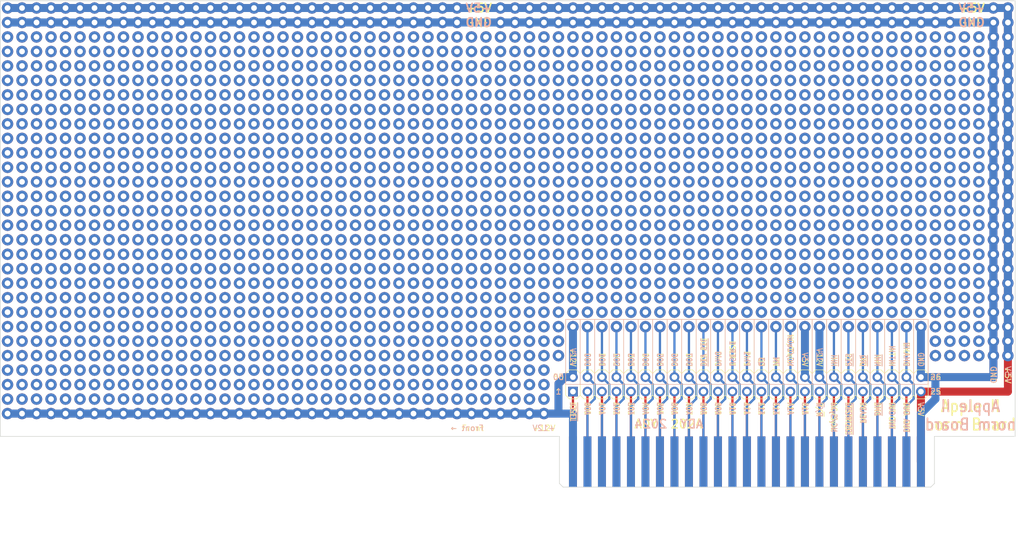
<source format=kicad_pcb>
(kicad_pcb (version 20211014) (generator pcbnew)
  (layers (0 "F.Cu" signal) (31 "B.Cu" signal) (34 "B.Paste" user) (35 "F.Paste" user) (36 "B.SilkS" user "B.Silkscreen") (37 "F.SilkS" user "F.Silkscreen") (38 "B.Mask" user) (39 "F.Mask" user) (44 "Edge.Cuts" user))
  (net 0 "")
  (net 1 "/~{IO_SELECT}")
  (net 2 "/A00")
  (net 3 "/A01")
  (net 4 "/A02")
  (net 5 "/A03")
  (net 6 "/A04")
  (net 7 "/A05")
  (net 8 "/A06")
  (net 9 "/A07")
  (net 10 "/A08")
  (net 11 "/A09")
  (net 12 "/A10")
  (net 13 "/A11")
  (net 14 "/A12")
  (net 15 "/A13")
  (net 16 "/A14")
  (net 17 "/A15")
  (net 18 "/R{slash}~{W}")
  (net 19 "/NC{slash}Sync")
  (net 20 "/~{IO_STROBE}")
  (net 21 "/RDY")
  (net 22 "/~{DMA}")
  (net 23 "/INT_OUT")
  (net 24 "/DMA_OUT")
  (net 25 "+5V")
  (net 26 "GND")
  (net 27 "/DMA_IN")
  (net 28 "/INT_IN")
  (net 29 "/~{NMI}")
  (net 30 "/~{IRQ}")
  (net 31 "/~{RES}")
  (net 32 "/~{INH}")
  (net 33 "-12V")
  (net 34 "-5V")
  (net 35 "/NC{slash}Color")
  (net 36 "/7M")
  (net 37 "/Q3")
  (net 38 "/Phi0")
  (net 39 "/USER_1")
  (net 40 "/Phi1")
  (net 41 "/~{DEVICE_SELECT}")
  (net 42 "/D07")
  (net 43 "/D06")
  (net 44 "/D05")
  (net 45 "/D04")
  (net 46 "/D03")
  (net 47 "/D02")
  (net 48 "/D01")
  (net 49 "/D00")
  (net 50 "+12V")
  (footprint "Apple2:PinHeader_2x25_P2.54mm_Vertical" (layer "F.Cu") (at 196.53 124.36 90)
    (fp_text reference "J2" hide)
    (fp_text value "Apple II Bus Card Pin Header" hide)
  )
  (footprint "Apple2:Protoboard 50x39" (layer "F.Cu") (at 176.21 128.215)
    (fp_text reference "REF**" hide)
    (fp_text value "Protoboard 29x39" hide)
  )
  (footprint "Apple2:Bus_Apple_II_Card" (layer "F.Cu") (at 196.53 136.66)
    (fp_text reference "J1" hide)
    (fp_text value "Apple II Bus Card Edge")
    (fp_line (start 63.33 -4.445) (end 66.04 -4.445) (layer "Edge.Cuts") (width 0.1))
    (fp_line (start -1.735 4.445) (end 62.695 4.445) (layer "Edge.Cuts") (width 0.1))
    (fp_line (start 62.695 4.445) (end 63.33 3.81) (layer "Edge.Cuts") (width 0.1))
    (fp_line (start -2.37 -4.445) (end -2.37 3.81) (layer "Edge.Cuts") (width 0.1))
    (fp_line (start -2.37 3.81) (end -1.735 4.445) (layer "Edge.Cuts") (width 0.1))
    (fp_line (start -5.08 -4.445) (end -2.37 -4.445) (layer "Edge.Cuts") (width 0.1))
    (fp_line (start 63.33 3.81) (end 63.33 -4.445) (layer "Edge.Cuts") (width 0.1))
  )
  (gr_line (start 210.5 123.09) (end 210.5 111.705) (layer "B.SilkS") (width 0.1))
  (gr_line (start 205.42 123.09) (end 205.42 111.705) (layer "B.SilkS") (width 0.1))
  (gr_line (start 223.2 123.09) (end 223.2 111.705) (layer "B.SilkS") (width 0.1))
  (gr_line (start 220.66 123.09) (end 220.66 111.705) (layer "B.SilkS") (width 0.1))
  (gr_line (start 197.8 123.09) (end 197.8 111.705) (layer "B.SilkS") (width 0.1))
  (gr_line (start 218.12 123.09) (end 218.12 111.705) (layer "B.SilkS") (width 0.1))
  (gr_line (start 195.26 111.705) (end 258.76 111.705) (layer "B.SilkS") (width 0.1))
  (gr_line (start 233.36 123.09) (end 233.36 111.705) (layer "B.SilkS") (width 0.1))
  (gr_line (start 200.34 123.09) (end 200.34 111.705) (layer "B.SilkS") (width 0.1))
  (gr_line (start 248.6 123.09) (end 248.6 111.705) (layer "B.SilkS") (width 0.1))
  (gr_line (start 246.06 123.09) (end 246.06 111.705) (layer "B.SilkS") (width 0.1))
  (gr_line (start 235.9 123.09) (end 235.9 111.705) (layer "B.SilkS") (width 0.1))
  (gr_line (start 202.88 123.09) (end 202.88 111.705) (layer "B.SilkS") (width 0.1))
  (gr_line (start 251.14 123.09) (end 251.14 111.705) (layer "B.SilkS") (width 0.1))
  (gr_line (start 253.68 123.09) (end 253.68 111.705) (layer "B.SilkS") (width 0.1))
  (gr_line (start 215.58 123.09) (end 215.58 111.705) (layer "B.SilkS") (width 0.1))
  (gr_line (start 213.04 123.09) (end 213.04 111.705) (layer "B.SilkS") (width 0.1))
  (gr_line (start 238.44 123.09) (end 238.44 111.705) (layer "B.SilkS") (width 0.1))
  (gr_line (start 195.26 123.09) (end 258.76 123.09) (layer "B.SilkS") (width 0.1))
  (gr_line (start 256.22 123.09) (end 256.22 111.705) (layer "B.SilkS") (width 0.1))
  (gr_line (start 195.26 123.09) (end 195.26 111.705) (layer "B.SilkS") (width 0.1))
  (gr_line (start 230.82 123.09) (end 230.82 111.705) (layer "B.SilkS") (width 0.1))
  (gr_line (start 240.98 123.09) (end 240.98 111.705) (layer "B.SilkS") (width 0.1))
  (gr_line (start 225.74 123.09) (end 225.74 111.705) (layer "B.SilkS") (width 0.1))
  (gr_line (start 228.28 123.09) (end 228.28 111.705) (layer "B.SilkS") (width 0.1))
  (gr_line (start 258.76 123.09) (end 258.76 111.705) (layer "B.SilkS") (width 0.1))
  (gr_line (start 243.52 123.09) (end 243.52 111.705) (layer "B.SilkS") (width 0.1))
  (gr_line (start 207.96 123.09) (end 207.96 111.705) (layer "B.SilkS") (width 0.1))
  (gr_line (start 240.98 121.185) (end 240.98 111.705) (layer "F.SilkS") (width 0.1))
  (gr_line (start 230.82 121.185) (end 230.82 111.705) (layer "F.SilkS") (width 0.1))
  (gr_line (start 243.52 121.185) (end 243.52 111.705) (layer "F.SilkS") (width 0.1))
  (gr_line (start 195.26 121.185) (end 195.26 111.705) (layer "F.SilkS") (width 0.1))
  (gr_line (start 258.76 121.185) (end 258.76 111.705) (layer "F.SilkS") (width 0.1))
  (gr_line (start 238.44 121.185) (end 238.44 111.705) (layer "F.SilkS") (width 0.1))
  (gr_line (start 197.8 121.185) (end 197.8 111.705) (layer "F.SilkS") (width 0.1))
  (gr_line (start 213.04 121.185) (end 213.04 111.705) (layer "F.SilkS") (width 0.1))
  (gr_line (start 220.66 121.185) (end 220.66 111.705) (layer "F.SilkS") (width 0.1))
  (gr_line (start 235.9 121.185) (end 235.9 111.705) (layer "F.SilkS") (width 0.1))
  (gr_line (start 228.28 121.185) (end 228.28 111.705) (layer "F.SilkS") (width 0.1))
  (gr_line (start 210.5 121.185) (end 210.5 111.705) (layer "F.SilkS") (width 0.1))
  (gr_line (start 223.2 121.185) (end 223.2 111.705) (layer "F.SilkS") (width 0.1))
  (gr_line (start 205.42 121.185) (end 205.42 111.705) (layer "F.SilkS") (width 0.1))
  (gr_line (start 218.12 121.185) (end 218.12 111.705) (layer "F.SilkS") (width 0.1))
  (gr_line (start 253.68 121.185) (end 253.68 111.705) (layer "F.SilkS") (width 0.1))
  (gr_line (start 195.26 111.705) (end 258.76 111.705) (layer "F.SilkS") (width 0.1))
  (gr_line (start 225.74 121.185) (end 225.74 111.705) (layer "F.SilkS") (width 0.1))
  (gr_line (start 248.6 121.185) (end 248.6 111.705) (layer "F.SilkS") (width 0.1))
  (gr_line (start 246.06 121.185) (end 246.06 111.705) (layer "F.SilkS") (width 0.1))
  (gr_line (start 200.34 121.185) (end 200.34 111.705) (layer "F.SilkS") (width 0.1))
  (gr_line (start 256.22 121.185) (end 256.22 111.705) (layer "F.SilkS") (width 0.1))
  (gr_line (start 233.36 121.185) (end 233.36 111.705) (layer "F.SilkS") (width 0.1))
  (gr_line (start 207.96 121.185) (end 207.96 111.705) (layer "F.SilkS") (width 0.1))
  (gr_line (start 215.58 121.185) (end 215.58 111.705) (layer "F.SilkS") (width 0.1))
  (gr_line (start 251.14 121.185) (end 251.14 111.705) (layer "F.SilkS") (width 0.1))
  (gr_line (start 202.88 121.185) (end 202.88 111.705) (layer "F.SilkS") (width 0.1))
  (gr_line (start 262.57 132.215) (end 274 132.215) (layer "Edge.Cuts") (width 0.1))
  (gr_line (start 191.45 132.215) (end 96.2 132.215) (layer "Edge.Cuts") (width 0.1))
  (gr_line (start 96.2 132.215) (end 96.2 55.825) (layer "Edge.Cuts") (width 0.1))
  (gr_line (start 274 55.825) (end 96.2 55.825) (layer "Edge.Cuts") (width 0.1))
  (gr_line (start 274 132.215) (end 274 55.825) (layer "Edge.Cuts") (width 0.1))
  (gr_text "A00" (at 199.07 126.13 -90) (layer "B.SilkS") (effects (font (size 1 0.8)) (justify right mirror)))
  (gr_text "A07" (at 216.85 126.13 -90) (layer "B.SilkS") (effects (font (size 1 0.8)) (justify right mirror)))
  (gr_text "+5V" (at 266.38 57.095) (layer "B.SilkS") (effects (font (size 1.5 1.5) (thickness 0.3)) (justify mirror)))
  (gr_text "Apple II\nnorm Board" (at 266.176 128.524) (layer "B.SilkS") (effects (font (size 2 1.8) (thickness 0.3)) (justify mirror)))
  (gr_text "+5V" (at 272.73 121.412 -90) (layer "B.SilkS") (effects (font (size 1 1)) (justify mirror)))
  (gr_text "A12" (at 229.55 126.13 -90) (layer "B.SilkS") (effects (font (size 1 0.8)) (justify right mirror)))
  (gr_text "R/~{W}" (at 239.71 126.13 -90) (layer "B.SilkS") (effects (font (size 1 0.8)) (justify right mirror)))
  (gr_text "D04" (at 209.23 120.05 -90) (layer "B.SilkS") (effects (font (size 1 0.8)) (justify left mirror)))
  (gr_text "GND" (at 257.49 120.05 -90) (layer "B.SilkS") (effects (font (size 1 0.8)) (justify left mirror)))
  (gr_text "~{IOSEL}" (at 196.53 126.13 -90) (layer "B.SilkS") (effects (font (size 1 0.8)) (justify right mirror)))
  (gr_text "7M" (at 232.09 120.05 -90) (layer "B.SilkS") (effects (font (size 1 0.8)) (justify left mirror)))
  (gr_text "DMA IN" (at 254.95 120.05 -90) (layer "B.SilkS") (effects (font (size 1 0.8)) (justify left mirror)))
  (gr_text "A15" (at 237.17 126.13 -90) (layer "B.SilkS") (effects (font (size 1 0.8)) (justify right mirror)))
  (gr_text "~{RES}" (at 244.79 120.05 -90) (layer "B.SilkS") (effects (font (size 1 0.8)) (justify left mirror)))
  (gr_text "1" (at 193.99 124.36) (layer "B.SilkS") (effects (font (size 1 1)) (justify mirror)))
  (gr_text "A11" (at 227.01 126.13 -90) (layer "B.SilkS") (effects (font (size 1 0.8)) (justify right mirror)))
  (gr_text "INT IN" (at 252.41 120.05 -90) (layer "B.SilkS") (effects (font (size 1 0.8)) (justify left mirror)))
  (gr_text "Front →" (at 174.94 130.755) (layer "B.SilkS") (effects (font (size 1 1)) (justify right mirror)))
  (gr_text "D00" (at 199.07 120.05 -90) (layer "B.SilkS") (effects (font (size 1 0.8)) (justify left mirror)))
  (gr_text "25" (at 260.08 124.36) (layer "B.SilkS") (effects (font (size 1 1)) (justify mirror)))
  (gr_text "READY" (at 247.33 126.13 -90) (layer "B.SilkS") (effects (font (size 1 0.8)) (justify right mirror)))
  (gr_text "GND" (at 266.38 59.635) (layer "B.SilkS") (effects (font (size 1.5 1.5) (thickness 0.3)) (justify mirror)))
  (gr_text "Phi1" (at 227.01 120.05 -90) (layer "B.SilkS") (effects (font (size 1 0.8)) (justify left mirror)))
  (gr_text "~{NMI}" (at 249.87 120.05 -90) (layer "B.SilkS") (effects (font (size 1 0.8)) (justify left mirror)))
  (gr_text "ADY  2024" (at 213.344 130.048) (layer "B.SilkS") (effects (font (size 1.5 1.5) (thickness 0.25)) (justify mirror)))
  (gr_text "D03" (at 206.69 120.05 -90) (layer "B.SilkS") (effects (font (size 1 0.8)) (justify left mirror)))
  (gr_text "+5V" (at 180.02 57.095) (layer "B.SilkS") (effects (font (size 1.5 1.5) (thickness 0.3)) (justify mirror)))
  (gr_text "USER 1" (at 224.47 120.05 -90) (layer "B.SilkS") (effects (font (size 1 0.8)) (justify left mirror)))
  (gr_text "~{DEV SEL}" (at 219.39 120.05 -90) (layer "B.SilkS") (effects (font (size 1 0.8)) (justify left mirror)))
  (gr_text "NC/Sync" (at 242.25 126.13 -90) (layer "B.SilkS") (effects (font (size 1 0.8)) (justify right mirror)))
  (gr_text "DMA OUT" (at 254.95 126.13 -90) (layer "B.SilkS") (effects (font (size 1 0.8)) (justify right mirror)))
  (gr_text "~{DMA}" (at 249.87 126.13 -90) (layer "B.SilkS") (effects (font (size 1 0.8)) (justify right mirror)))
  (gr_text "A02" (at 204.15 126.13 -90) (layer "B.SilkS") (effects (font (size 1 0.8)) (justify right mirror)))
  (gr_text "A09" (at 221.93 126.13 -90) (layer "B.SilkS") (effects (font (size 1 0.8)) (justify right mirror)))
  (gr_text "+12V" (at 196.53 120.05 -90) (layer "B.SilkS") (effects (font (size 1 0.8)) (justify left mirror)))
  (gr_text "A13" (at 232.09 126.13 -90) (layer "B.SilkS") (effects (font (size 1 0.8)) (justify right mirror)))
  (gr_text "A14" (at 234.63 126.13 -90) (layer "B.SilkS") (effects (font (size 1 0.8)) (justify right mirror)))
  (gr_text "D02" (at 204.15 120.05 -90) (layer "B.SilkS") (effects (font (size 1 0.8)) (justify left mirror)))
  (gr_text "Q3" (at 229.55 120.05 -90) (layer "B.SilkS") (effects (font (size 1 0.8)) (justify left mirror)))
  (gr_text "D07" (at 216.85 120.05 -90) (layer "B.SilkS") (effects (font (size 1 0.8)) (justify left mirror)))
  (gr_text "NC/Color" (at 234.63 120.05 -90) (layer "B.SilkS") (effects (font (size 1 0.8)) (justify left mirror)))
  (gr_text "Phi0" (at 221.93 120.05 -90) (layer "B.SilkS") (effects (font (size 1 0.8)) (justify left mirror)))
  (gr_text "GND" (at 180.02 59.635) (layer "B.SilkS") (effects (font (size 1.5 1.5) (thickness 0.3)) (justify mirror)))
  (gr_text "D05" (at 211.77 120.05 -90) (layer "B.SilkS") (effects (font (size 1 0.8)) (justify left mirror)))
  (gr_text "-5V" (at 237.17 120.05 -90) (layer "B.SilkS") (effects (font (size 1 0.8)) (justify left mirror)))
  (gr_text "A04" (at 209.23 126.13 -90) (layer "B.SilkS") (effects (font (size 1 0.8)) (justify right mirror)))
  (gr_text "D01" (at 201.61 120.05 -90) (layer "B.SilkS") (effects (font (size 1 0.8)) (justify left mirror)))
  (gr_text "A10" (at 224.47 126.13 -90) (layer "B.SilkS") (effects (font (size 1 0.8)) (justify right mirror)))
  (gr_text "A01" (at 201.61 126.13 -90) (layer "B.SilkS") (effects (font (size 1 0.8)) (justify right mirror)))
  (gr_text "~{IOSTROBE}" (at 244.79 126.13 -90) (layer "B.SilkS") (effects (font (size 1 0.8)) (justify right mirror)))
  (gr_text "+12V" (at 191.45 130.755) (layer "B.SilkS") (effects (font (size 1 1)) (justify mirror)))
  (gr_text "+5V" (at 257.49 126.13 -90) (layer "B.SilkS") (effects (font (size 1 0.8)) (justify right mirror)))
  (gr_text "A08" (at 219.39 126.13 -90) (layer "B.SilkS") (effects (font (size 1 0.8)) (justify right mirror)))
  (gr_text "~{INH}" (at 242.25 120.05 -90) (layer "B.SilkS") (effects (font (size 1 0.8)) (justify left mirror)))
  (gr_text "~{IRQ}" (at 247.33 120.05 -90) (layer "B.SilkS") (effects (font (size 1 0.8)) (justify left mirror)))
  (gr_text "50" (at 193.99 121.82) (layer "B.SilkS") (effects (font (size 1 1)) (justify mirror)))
  (gr_text "-12V" (at 239.71 120.05 -90) (layer "B.SilkS") (effects (font (size 1 0.8)) (justify left mirror)))
  (gr_text "D06" (at 214.31 120.05 -90) (layer "B.SilkS") (effects (font (size 1 0.8)) (justify left mirror)))
  (gr_text "26" (at 260.08 121.82) (layer "B.SilkS") (effects (font (size 1 1)) (justify mirror)))
  (gr_text "A06" (at 214.31 126.13 -90) (layer "B.SilkS") (effects (font (size 1 0.8)) (justify right mirror)))
  (gr_text "INT OUT" (at 252.41 126.13 -90) (layer "B.SilkS") (effects (font (size 1 0.8)) (justify right mirror)))
  (gr_text "A03" (at 206.69 126.13 -90) (layer "B.SilkS") (effects (font (size 1 0.8)) (justify right mirror)))
  (gr_text "GND" (at 270.19 121.412 -90) (layer "B.SilkS") (effects (font (size 1 1)) (justify mirror)))
  (gr_text "A05" (at 211.77 126.13 -90) (layer "B.SilkS") (effects (font (size 1 0.8)) (justify right mirror)))
  (gr_text "INT OUT" (at 252.41 126.13 -90) (layer "F.SilkS") (effects (font (size 1 0.8)) (justify left)))
  (gr_text "A10" (at 224.47 126.13 -90) (layer "F.SilkS") (effects (font (size 1 0.8)) (justify left)))
  (gr_text "USER 1" (at 224.47 120.05 -90) (layer "F.SilkS") (effects (font (size 1 0.8)) (justify right)))
  (gr_text "25" (at 260.08 124.36) (layer "F.SilkS") (effects (font (size 1 1))))
  (gr_text "-5V" (at 237.17 120.05 -90) (layer "F.SilkS") (effects (font (size 1 0.8)) (justify right)))
  (gr_text "NC/Color" (at 234.63 120.05 -90) (layer "F.SilkS") (effects (font (size 1 0.8)) (justify right)))
  (gr_text "A15" (at 237.17 126.13 -90) (layer "F.SilkS") (effects (font (size 1 0.8)) (justify left)))
  (gr_text "D07" (at 216.85 120.05 -90) (layer "F.SilkS") (effects (font (size 1 0.8)) (justify right)))
  (gr_text "-12V" (at 239.71 120.05 -90) (layer "F.SilkS") (effects (font (size 1 0.8)) (justify right)))
  (gr_text "A13" (at 232.09 126.13 -90) (layer "F.SilkS") (effects (font (size 1 0.8)) (justify left)))
  (gr_text "50" (at 193.99 121.82) (layer "F.SilkS") (effects (font (size 1 1))))
  (gr_text "+12V" (at 196.53 120.05 -90) (layer "F.SilkS") (effects (font (size 1 0.8)) (justify right)))
  (gr_text "Phi1" (at 227.01 120.05 -90) (layer "F.SilkS") (effects (font (size 1 0.8)) (justify right)))
  (gr_text "A01" (at 201.61 126.13 -90) (layer "F.SilkS") (effects (font (size 1 0.8)) (justify left)))
  (gr_text "GND" (at 270.19 121.412 -90) (layer "F.SilkS") (effects (font (size 1 1))))
  (gr_text "← Front" (at 174.94 130.755) (layer "F.SilkS") (effects (font (size 1 1)) (justify left)))
  (gr_text "ADY  2024" (at 213.344 130.048) (layer "F.SilkS") (effects (font (size 1.5 1.5) (thickness 0.25))))
  (gr_text "GND" (at 257.49 120.05 -90) (layer "F.SilkS") (effects (font (size 1 0.8)) (justify right)))
  (gr_text "~{INH}" (at 242.25 120.05 -90) (layer "F.SilkS") (effects (font (size 1 0.8)) (justify right)))
  (gr_text "7M" (at 232.09 120.05 -90) (layer "F.SilkS") (effects (font (size 1 0.8)) (justify right)))
  (gr_text "A04" (at 209.23 126.13 -90) (layer "F.SilkS") (effects (font (size 1 0.8)) (justify left)))
  (gr_text "~{DMA}" (at 249.87 126.13 -90) (layer "F.SilkS") (effects (font (size 1 0.8)) (justify left)))
  (gr_text "~{IOSTROBE}" (at 244.79 126.13 -90) (layer "F.SilkS") (effects (font (size 1 0.8)) (justify left)))
  (gr_text "+5V" (at 272.73 121.412 -90) (layer "F.SilkS") (effects (font (size 1 1))))
  (gr_text "A09" (at 221.93 126.13 -90) (layer "F.SilkS") (effects (font (size 1 0.8)) (justify left)))
  (gr_text "A14" (at 234.63 126.13 -90) (layer "F.SilkS") (effects (font (size 1 0.8)) (justify left)))
  (gr_text "~{IOSEL}" (at 196.53 126.13 -90) (layer "F.SilkS") (effects (font (size 1 0.8)) (justify left)))
  (gr_text "Phi0" (at 221.93 120.05 -90) (layer "F.SilkS") (effects (font (size 1 0.8)) (justify right)))
  (gr_text "INT IN" (at 252.41 120.05 -90) (layer "F.SilkS") (effects (font (size 1 0.8)) (justify right)))
  (gr_text "READY" (at 247.33 126.13 -90) (layer "F.SilkS") (effects (font (size 1 0.8)) (justify left)))
  (gr_text "D05" (at 211.77 120.05 -90) (layer "F.SilkS") (effects (font (size 1 0.8)) (justify right)))
  (gr_text "A12" (at 229.55 126.13 -90) (layer "F.SilkS") (effects (font (size 1 0.8)) (justify left)))
  (gr_text "GND" (at 266.38 59.635) (layer "F.SilkS") (effects (font (size 1.5 1.5) (thickness 0.3))))
  (gr_text "DMA IN" (at 254.95 120.05 -90) (layer "F.SilkS") (effects (font (size 1 0.8)) (justify right)))
  (gr_text "1" (at 193.99 124.36) (layer "F.SilkS") (effects (font (size 1 1))))
  (gr_text "A06" (at 214.31 126.13 -90) (layer "F.SilkS") (effects (font (size 1 0.8)) (justify left)))
  (gr_text "D03" (at 206.69 120.05 -90) (layer "F.SilkS") (effects (font (size 1 0.8)) (justify right)))
  (gr_text "D06" (at 214.31 120.05 -90) (layer "F.SilkS") (effects (font (size 1 0.8)) (justify right)))
  (gr_text "A11" (at 227.01 126.13 -90) (layer "F.SilkS") (effects (font (size 1 0.8)) (justify left)))
  (gr_text "+5V" (at 266.38 57.095) (layer "F.SilkS") (effects (font (size 1.5 1.5) (thickness 0.3))))
  (gr_text "D01" (at 201.61 120.05 -90) (layer "F.SilkS") (effects (font (size 1 0.8)) (justify right)))
  (gr_text "NC/Sync" (at 242.25 126.13 -90) (layer "F.SilkS") (effects (font (size 1 0.8)) (justify left)))
  (gr_text "D04" (at 209.23 120.05 -90) (layer "F.SilkS") (effects (font (size 1 0.8)) (justify right)))
  (gr_text "A02" (at 204.15 126.13 -90) (layer "F.SilkS") (effects (font (size 1 0.8)) (justify left)))
  (gr_text "D00" (at 199.07 120.05 -90) (layer "F.SilkS") (effects (font (size 1 0.8)) (justify right)))
  (gr_text "~{NMI}" (at 249.87 120.05 -90) (layer "F.SilkS") (effects (font (size 1 0.8)) (justify right)))
  (gr_text "+5V" (at 180.02 57.095) (layer "F.SilkS") (effects (font (size 1.5 1.5) (thickness 0.3))))
  (gr_text "GND" (at 180.02 59.635) (layer "F.SilkS") (effects (font (size 1.5 1.5) (thickness 0.3))))
  (gr_text "~{RES}" (at 244.79 120.05 -90) (layer "F.SilkS") (effects (font (size 1 0.8)) (justify right)))
  (gr_text "A03" (at 206.69 126.13 -90) (layer "F.SilkS") (effects (font (size 1 0.8)) (justify left)))
  (gr_text "A07" (at 216.85 126.13 -90) (layer "F.SilkS") (effects (font (size 1 0.8)) (justify left)))
  (gr_text "+5V" (at 257.49 126.13 -90) (layer "F.SilkS") (effects (font (size 1 0.8)) (justify left)))
  (gr_text "A08" (at 219.39 126.13 -90) (layer "F.SilkS") (effects (font (size 1 0.8)) (justify left)))
  (gr_text "DMA OUT" (at 254.95 126.13 -90) (layer "F.SilkS") (effects (font (size 1 0.8)) (justify left)))
  (gr_text "~{IRQ}" (at 247.33 120.05 -90) (layer "F.SilkS") (effects (font (size 1 0.8)) (justify right)))
  (gr_text "A00" (at 199.07 126.13 -90) (layer "F.SilkS") (effects (font (size 1 0.8)) (justify left)))
  (gr_text "+12V" (at 191.45 130.755) (layer "F.SilkS") (effects (font (size 1 1))))
  (gr_text "R/~{W}" (at 239.71 126.13 -90) (layer "F.SilkS") (effects (font (size 1 0.8)) (justify left)))
  (gr_text "D02" (at 204.15 120.05 -90) (layer "F.SilkS") (effects (font (size 1 0.8)) (justify right)))
  (gr_text "Q3" (at 229.55 120.05 -90) (layer "F.SilkS") (effects (font (size 1 0.8)) (justify right)))
  (gr_text "Apple II\nnorm Board" (at 266.176 128.524) (layer "F.SilkS") (effects (font (size 2 1.8) (thickness 0.3))))
  (gr_text "26" (at 260.08 121.82) (layer "F.SilkS") (effects (font (size 1 1))))
  (gr_text "A05" (at 211.77 126.13 -90) (layer "F.SilkS") (effects (font (size 1 0.8)) (justify left)))
  (gr_text "~{DEV SEL}" (at 219.39 120.05 -90) (layer "F.SilkS") (effects (font (size 1 0.8)) (justify right)))
  (segment (start 196.53 136.66) (end 196.53 124.36) (width 0.4) (layer "F.Cu") (net 1))
  (segment (start 199.07 136.66) (end 199.07 124.36) (width 0.4) (layer "F.Cu") (net 2))
  (segment (start 201.61 136.66) (end 201.61 124.36) (width 0.4) (layer "F.Cu") (net 3))
  (segment (start 204.15 136.66) (end 204.15 124.36) (width 0.4) (layer "F.Cu") (net 4))
  (segment (start 206.69 136.66) (end 206.69 124.36) (width 0.4) (layer "F.Cu") (net 5))
  (segment (start 209.23 136.66) (end 209.23 124.36) (width 0.4) (layer "F.Cu") (net 6))
  (segment (start 211.77 136.66) (end 211.77 124.36) (width 0.4) (layer "F.Cu") (net 7))
  (segment (start 214.31 136.66) (end 214.31 124.36) (width 0.4) (layer "F.Cu") (net 8))
  (segment (start 216.85 136.66) (end 216.85 124.36) (width 0.4) (layer "F.Cu") (net 9))
  (segment (start 219.39 136.66) (end 219.39 124.36) (width 0.4) (layer "F.Cu") (net 10))
  (segment (start 221.93 136.66) (end 221.93 124.36) (width 0.4) (layer "F.Cu") (net 11))
  (segment (start 224.47 136.66) (end 224.47 124.36) (width 0.4) (layer "F.Cu") (net 12))
  (segment (start 227.01 136.66) (end 227.01 124.36) (width 0.4) (layer "F.Cu") (net 13))
  (segment (start 229.55 136.66) (end 229.55 124.36) (width 0.4) (layer "F.Cu") (net 14))
  (segment (start 232.09 136.66) (end 232.09 124.36) (width 0.4) (layer "F.Cu") (net 15))
  (segment (start 234.63 136.66) (end 234.63 124.36) (width 0.4) (layer "F.Cu") (net 16))
  (segment (start 237.17 136.66) (end 237.17 124.36) (width 0.4) (layer "F.Cu") (net 17))
  (segment (start 239.71 136.66) (end 239.71 124.36) (width 0.4) (layer "F.Cu") (net 18))
  (segment (start 242.25 136.66) (end 242.25 124.36) (width 0.4) (layer "F.Cu") (net 19))
  (segment (start 244.79 136.66) (end 244.79 124.36) (width 0.4) (layer "F.Cu") (net 20))
  (segment (start 247.33 136.66) (end 247.33 124.36) (width 0.4) (layer "F.Cu") (net 21))
  (segment (start 249.87 136.66) (end 249.87 124.36) (width 0.4) (layer "F.Cu") (net 22))
  (segment (start 252.41 136.66) (end 252.41 124.36) (width 0.4) (layer "F.Cu") (net 23))
  (segment (start 254.95 136.66) (end 254.95 124.36) (width 0.4) (layer "F.Cu") (net 24))
  (segment (start 257.49 124.36) (end 272.73 124.36) (width 1.4) (layer "F.Cu") (net 25))
  (segment (start 272.73 124.36) (end 272.73 57.095) (width 1.4) (layer "F.Cu") (net 25))
  (segment (start 257.49 124.36) (end 257.49 136.66) (width 1.4) (layer "F.Cu") (net 25))
  (segment (start 97.47 57.095) (end 272.73 57.095) (width 1.4) (layer "F.Cu") (net 25))
  (segment (start 272.73 118.055) (end 272.73 57.095) (width 1.4) (layer "B.Cu") (net 25))
  (segment (start 97.47 57.095) (end 272.73 57.095) (width 1.4) (layer "B.Cu") (net 25))
  (segment (start 270.19 121.82) (end 270.19 59.635) (width 1.4) (layer "F.Cu") (net 26))
  (segment (start 257.49 121.82) (end 270.19 121.82) (width 1.4) (layer "F.Cu") (net 26))
  (segment (start 270.19 59.635) (end 97.47 59.635) (width 1.4) (layer "F.Cu") (net 26))
  (segment (start 257.49 128.215) (end 260.03 125.675) (width 1.4) (layer "B.Cu") (net 26))
  (segment (start 260.03 125.675) (end 260.03 121.82) (width 1.4) (layer "B.Cu") (net 26))
  (segment (start 257.49 136.66) (end 257.49 128.215) (width 1.4) (layer "B.Cu") (net 26))
  (segment (start 257.49 121.82) (end 270.19 121.82) (width 1.4) (layer "B.Cu") (net 26))
  (segment (start 270.19 59.635) (end 97.47 59.635) (width 1.4) (layer "B.Cu") (net 26))
  (segment (start 270.19 121.82) (end 270.19 59.635) (width 1.4) (layer "B.Cu") (net 26))
  (segment (start 257.49 112.975) (end 257.49 121.82) (width 1.4) (layer "B.Cu") (net 26))
  (segment (start 254.95 126.9) (end 256.22 125.63) (width 0.4) (layer "B.Cu") (net 27))
  (segment (start 256.22 123.09) (end 254.95 121.82) (width 0.4) (layer "B.Cu") (net 27))
  (segment (start 254.95 112.975) (end 254.95 121.82) (width 0.4) (layer "B.Cu") (net 27))
  (segment (start 254.95 136.66) (end 254.95 126.9) (width 0.4) (layer "B.Cu") (net 27))
  (segment (start 256.22 125.63) (end 256.22 123.09) (width 0.4) (layer "B.Cu") (net 27))
  (segment (start 253.68 123.09) (end 252.41 121.82) (width 0.4) (layer "B.Cu") (net 28))
  (segment (start 252.41 126.9) (end 253.68 125.63) (width 0.4) (layer "B.Cu") (net 28))
  (segment (start 252.41 112.975) (end 252.41 121.82) (width 0.4) (layer "B.Cu") (net 28))
  (segment (start 253.68 125.63) (end 253.68 123.09) (width 0.4) (layer "B.Cu") (net 28))
  (segment (start 252.41 136.66) (end 252.41 126.9) (width 0.4) (layer "B.Cu") (net 28))
  (segment (start 249.87 136.66) (end 249.87 126.9) (width 0.4) (layer "B.Cu") (net 29))
  (segment (start 249.87 126.9) (end 251.14 125.63) (width 0.4) (layer "B.Cu") (net 29))
  (segment (start 249.87 112.975) (end 249.87 121.82) (width 0.4) (layer "B.Cu") (net 29))
  (segment (start 251.14 123.09) (end 249.87 121.82) (width 0.4) (layer "B.Cu") (net 29))
  (segment (start 251.14 125.63) (end 251.14 123.09) (width 0.4) (layer "B.Cu") (net 29))
  (segment (start 247.33 126.9) (end 248.6 125.63) (width 0.4) (layer "B.Cu") (net 30))
  (segment (start 247.33 112.975) (end 247.33 121.82) (width 0.4) (layer "B.Cu") (net 30))
  (segment (start 248.6 123.09) (end 247.33 121.82) (width 0.4) (layer "B.Cu") (net 30))
  (segment (start 248.6 125.63) (end 248.6 123.09) (width 0.4) (layer "B.Cu") (net 30))
  (segment (start 247.33 136.66) (end 247.33 126.9) (width 0.4) (layer "B.Cu") (net 30))
  (segment (start 244.79 126.9) (end 246.06 125.63) (width 0.4) (layer "B.Cu") (net 31))
  (segment (start 244.79 136.66) (end 244.79 126.9) (width 0.4) (layer "B.Cu") (net 31))
  (segment (start 244.79 112.975) (end 244.79 121.82) (width 0.4) (layer "B.Cu") (net 31))
  (segment (start 246.06 123.09) (end 244.79 121.82) (width 0.4) (layer "B.Cu") (net 31))
  (segment (start 246.06 125.63) (end 246.06 123.09) (width 0.4) (layer "B.Cu") (net 31))
  (segment (start 243.52 123.09) (end 242.25 121.82) (width 0.4) (layer "B.Cu") (net 32))
  (segment (start 243.52 125.63) (end 243.52 123.09) (width 0.4) (layer "B.Cu") (net 32))
  (segment (start 242.25 112.975) (end 242.25 121.82) (width 0.4) (layer "B.Cu") (net 32))
  (segment (start 242.25 136.66) (end 242.25 126.9) (width 0.4) (layer "B.Cu") (net 32))
  (segment (start 242.25 126.9) (end 243.52 125.63) (width 0.4) (layer "B.Cu") (net 32))
  (segment (start 239.71 121.82) (end 239.71 112.975) (width 1.4) (layer "B.Cu") (net 33))
  (segment (start 239.71 126.9) (end 240.98 125.63) (width 0.4) (layer "B.Cu") (net 33))
  (segment (start 240.98 125.63) (end 240.98 123.09) (width 0.4) (layer "B.Cu") (net 33))
  (segment (start 240.98 123.09) (end 239.71 121.82) (width 0.4) (layer "B.Cu") (net 33))
  (segment (start 239.71 136.66) (end 239.71 126.9) (width 0.4) (layer "B.Cu") (net 33))
  (segment (start 237.17 126.9) (end 238.44 125.63) (width 0.4) (layer "B.Cu") (net 34))
  (segment (start 237.17 136.66) (end 237.17 126.9) (width 0.4) (layer "B.Cu") (net 34))
  (segment (start 238.44 123.09) (end 237.17 121.82) (width 0.4) (layer "B.Cu") (net 34))
  (segment (start 237.17 112.975) (end 237.17 121.82) (width 1.4) (layer "B.Cu") (net 34))
  (segment (start 238.44 125.63) (end 238.44 123.09) (width 0.4) (layer "B.Cu") (net 34))
  (segment (start 234.63 126.9) (end 235.9 125.63) (width 0.4) (layer "B.Cu") (net 35))
  (segment (start 234.63 112.975) (end 234.63 121.82) (width 0.4) (layer "B.Cu") (net 35))
  (segment (start 235.9 125.63) (end 235.9 123.09) (width 0.4) (layer "B.Cu") (net 35))
  (segment (start 234.63 136.66) (end 234.63 126.9) (width 0.4) (layer "B.Cu") (net 35))
  (segment (start 235.9 123.09) (end 234.63 121.82) (width 0.4) (layer "B.Cu") (net 35))
  (segment (start 233.36 123.09) (end 232.09 121.82) (width 0.4) (layer "B.Cu") (net 36))
  (segment (start 232.09 112.975) (end 232.09 121.82) (width 0.4) (layer "B.Cu") (net 36))
  (segment (start 232.09 126.9) (end 233.36 125.63) (width 0.4) (layer "B.Cu") (net 36))
  (segment (start 232.09 136.66) (end 232.09 126.9) (width 0.4) (layer "B.Cu") (net 36))
  (segment (start 233.36 125.63) (end 233.36 123.09) (width 0.4) (layer "B.Cu") (net 36))
  (segment (start 229.55 112.975) (end 229.55 121.82) (width 0.4) (layer "B.Cu") (net 37))
  (segment (start 229.55 126.9) (end 230.82 125.63) (width 0.4) (layer "B.Cu") (net 37))
  (segment (start 230.82 125.63) (end 230.82 123.09) (width 0.4) (layer "B.Cu") (net 37))
  (segment (start 229.55 136.66) (end 229.55 126.9) (width 0.4) (layer "B.Cu") (net 37))
  (segment (start 230.82 123.09) (end 229.55 121.82) (width 0.4) (layer "B.Cu") (net 37))
  (segment (start 223.2 123.09) (end 221.93 121.82) (width 0.4) (layer "B.Cu") (net 38))
  (segment (start 221.93 112.975) (end 221.93 121.82) (width 0.4) (layer "B.Cu") (net 38))
  (segment (start 223.2 125.63) (end 223.2 123.09) (width 0.4) (layer "B.Cu") (net 38))
  (segment (start 221.93 126.9) (end 223.2 125.63) (width 0.4) (layer "B.Cu") (net 38))
  (segment (start 221.93 136.66) (end 221.93 126.9) (width 0.4) (layer "B.Cu") (net 38))
  (segment (start 225.74 125.63) (end 225.74 123.09) (width 0.4) (layer "B.Cu") (net 39))
  (segment (start 224.47 136.66) (end 224.47 126.9) (width 0.4) (layer "B.Cu") (net 39))
  (segment (start 224.47 126.9) (end 225.74 125.63) (width 0.4) (layer "B.Cu") (net 39))
  (segment (start 224.47 112.975) (end 224.47 121.82) (width 0.4) (layer "B.Cu") (net 39))
  (segment (start 225.74 123.09) (end 224.47 121.82) (width 0.4) (layer "B.Cu") (net 39))
  (segment (start 227.01 136.66) (end 227.01 126.9) (width 0.4) (layer "B.Cu") (net 40))
  (segment (start 228.28 125.63) (end 228.28 123.09) (width 0.4) (layer "B.Cu") (net 40))
  (segment (start 227.01 126.9) (end 228.28 125.63) (width 0.4) (layer "B.Cu") (net 40))
  (segment (start 228.28 123.09) (end 227.01 121.82) (width 0.4) (layer "B.Cu") (net 40))
  (segment (start 227.01 112.975) (end 227.01 121.82) (width 0.4) (layer "B.Cu") (net 40))
  (segment (start 220.66 125.63) (end 220.66 123.09) (width 0.4) (layer "B.Cu") (net 41))
  (segment (start 219.39 136.66) (end 219.39 126.9) (width 0.4) (layer "B.Cu") (net 41))
  (segment (start 219.39 126.9) (end 220.66 125.63) (width 0.4) (layer "B.Cu") (net 41))
  (segment (start 219.39 112.975) (end 219.39 121.82) (width 0.4) (layer "B.Cu") (net 41))
  (segment (start 220.66 123.09) (end 219.39 121.82) (width 0.4) (layer "B.Cu") (net 41))
  (segment (start 216.85 126.9) (end 218.12 125.63) (width 0.4) (layer "B.Cu") (net 42))
  (segment (start 218.12 125.63) (end 218.12 123.09) (width 0.4) (layer "B.Cu") (net 42))
  (segment (start 216.85 136.66) (end 216.85 126.9) (width 0.4) (layer "B.Cu") (net 42))
  (segment (start 218.12 123.09) (end 216.85 121.82) (width 0.4) (layer "B.Cu") (net 42))
  (segment (start 216.85 112.975) (end 216.85 121.82) (width 0.4) (layer "B.Cu") (net 42))
  (segment (start 214.31 112.975) (end 214.31 121.82) (width 0.4) (layer "B.Cu") (net 43))
  (segment (start 214.31 126.9) (end 215.58 125.63) (width 0.4) (layer "B.Cu") (net 43))
  (segment (start 215.58 125.63) (end 215.58 123.09) (width 0.4) (layer "B.Cu") (net 43))
  (segment (start 214.31 136.66) (end 214.31 126.9) (width 0.4) (layer "B.Cu") (net 43))
  (segment (start 215.58 123.09) (end 214.31 121.82) (width 0.4) (layer "B.Cu") (net 43))
  (segment (start 211.77 112.975) (end 211.77 121.82) (width 0.4) (layer "B.Cu") (net 44))
  (segment (start 211.77 136.66) (end 211.77 126.9) (width 0.4) (layer "B.Cu") (net 44))
  (segment (start 213.04 125.63) (end 213.04 123.09) (width 0.4) (layer "B.Cu") (net 44))
  (segment (start 213.04 123.09) (end 211.77 121.82) (width 0.4) (layer "B.Cu") (net 44))
  (segment (start 211.77 126.9) (end 213.04 125.63) (width 0.4) (layer "B.Cu") (net 44))
  (segment (start 209.23 136.66) (end 209.23 126.9) (width 0.4) (layer "B.Cu") (net 45))
  (segment (start 210.5 123.09) (end 209.23 121.82) (width 0.4) (layer "B.Cu") (net 45))
  (segment (start 209.23 126.9) (end 210.5 125.63) (width 0.4) (layer "B.Cu") (net 45))
  (segment (start 209.23 112.975) (end 209.23 121.82) (width 0.4) (layer "B.Cu") (net 45))
  (segment (start 210.5 125.63) (end 210.5 123.09) (width 0.4) (layer "B.Cu") (net 45))
  (segment (start 206.69 136.66) (end 206.69 126.9) (width 0.4) (layer "B.Cu") (net 46))
  (segment (start 207.96 125.63) (end 207.96 123.09) (width 0.4) (layer "B.Cu") (net 46))
  (segment (start 206.69 112.975) (end 206.69 121.82) (width 0.4) (layer "B.Cu") (net 46))
  (segment (start 207.96 123.09) (end 206.69 121.82) (width 0.4) (layer "B.Cu") (net 46))
  (segment (start 206.69 126.9) (end 207.96 125.63) (width 0.4) (layer "B.Cu") (net 46))
  (segment (start 204.15 112.975) (end 204.15 121.82) (width 0.4) (layer "B.Cu") (net 47))
  (segment (start 205.42 125.63) (end 205.42 123.09) (width 0.4) (layer "B.Cu") (net 47))
  (segment (start 204.15 126.9) (end 205.42 125.63) (width 0.4) (layer "B.Cu") (net 47))
  (segment (start 205.42 123.09) (end 204.15 121.82) (width 0.4) (layer "B.Cu") (net 47))
  (segment (start 204.15 136.66) (end 204.15 126.9) (width 0.4) (layer "B.Cu") (net 47))
  (segment (start 201.61 136.66) (end 201.61 126.9) (width 0.4) (layer "B.Cu") (net 48))
  (segment (start 202.88 123.09) (end 201.61 121.82) (width 0.4) (layer "B.Cu") (net 48))
  (segment (start 201.61 126.9) (end 202.88 125.63) (width 0.4) (layer "B.Cu") (net 48))
  (segment (start 202.88 125.63) (end 202.88 123.09) (width 0.4) (layer "B.Cu") (net 48))
  (segment (start 201.61 112.975) (end 201.61 121.82) (width 0.4) (layer "B.Cu") (net 48))
  (segment (start 200.34 123.09) (end 199.07 121.82) (width 0.4) (layer "B.Cu") (net 49))
  (segment (start 199.07 112.975) (end 199.07 121.82) (width 0.4) (layer "B.Cu") (net 49))
  (segment (start 200.34 125.63) (end 200.34 123.09) (width 0.4) (layer "B.Cu") (net 49))
  (segment (start 199.07 136.66) (end 199.07 126.9) (width 0.4) (layer "B.Cu") (net 49))
  (segment (start 199.07 126.9) (end 200.34 125.63) (width 0.4) (layer "B.Cu") (net 49))
  (segment (start 196.53 121.82) (end 195.156 121.82) (width 1.4) (layer "F.Cu") (net 50))
  (segment (start 193.99 122.986) (end 193.99 128.215) (width 1.4) (layer "F.Cu") (net 50))
  (segment (start 193.99 128.215) (end 97.47 128.215) (width 1.4) (layer "F.Cu") (net 50))
  (segment (start 195.156 121.82) (end 193.99 122.986) (width 1.4) (layer "F.Cu") (net 50))
  (segment (start 196.53 112.975) (end 196.53 121.82) (width 1.4) (layer "B.Cu") (net 50))
  (segment (start 196.53 136.66) (end 196.53 128.215) (width 1.4) (layer "B.Cu") (net 50))
  (segment (start 196.53 128.215) (end 97.47 128.215) (width 1.4) (layer "B.Cu") (net 50))
  (segment (start 195.156 121.82) (end 193.99 122.986) (width 1.4) (layer "B.Cu") (net 50))
  (segment (start 196.53 121.82) (end 195.156 121.82) (width 1.4) (layer "B.Cu") (net 50))
  (segment (start 193.99 122.986) (end 193.99 128.215) (width 1.4) (layer "B.Cu") (net 50))
)
</source>
